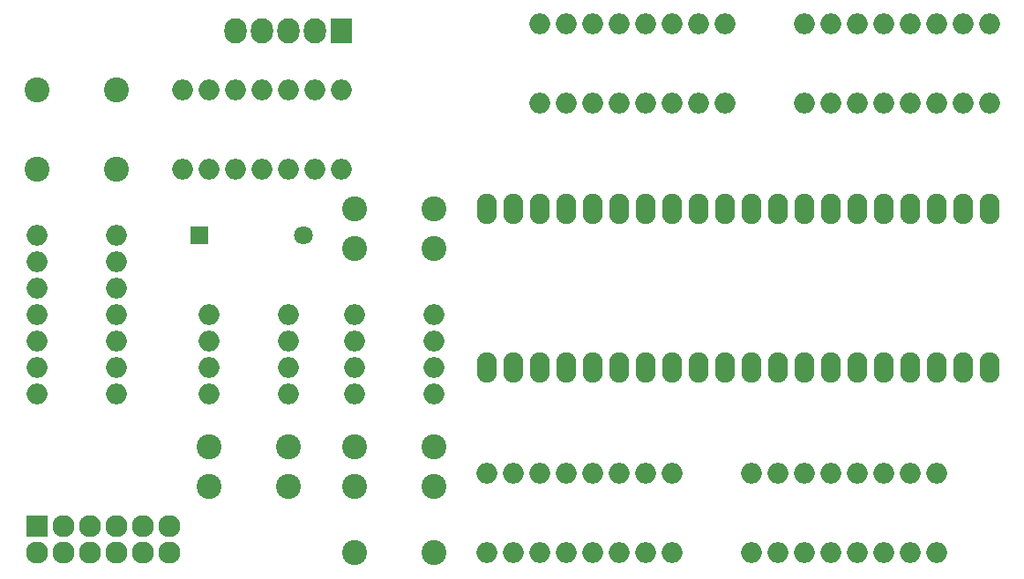
<source format=gbs>
G04 #@! TF.FileFunction,Soldermask,Bot*
%FSLAX46Y46*%
G04 Gerber Fmt 4.6, Leading zero omitted, Abs format (unit mm)*
G04 Created by KiCad (PCBNEW 4.0.4-stable) date Friday, December 09, 2016 'AMt' 01:33:50 AM*
%MOMM*%
%LPD*%
G01*
G04 APERTURE LIST*
%ADD10C,0.100000*%
%ADD11O,2.000000X2.000000*%
%ADD12C,2.398980*%
%ADD13O,1.924000X2.924000*%
%ADD14R,2.127200X2.127200*%
%ADD15O,2.127200X2.127200*%
%ADD16R,1.800000X1.800000*%
%ADD17C,1.800000*%
%ADD18R,2.127200X2.432000*%
%ADD19O,2.127200X2.432000*%
G04 APERTURE END LIST*
D10*
D11*
X52705000Y-64770000D03*
X52705000Y-67310000D03*
X52705000Y-69850000D03*
X52705000Y-72390000D03*
X60325000Y-72390000D03*
X60325000Y-69850000D03*
X60325000Y-67310000D03*
X60325000Y-64770000D03*
X36195000Y-57150000D03*
X36195000Y-59690000D03*
X36195000Y-62230000D03*
X36195000Y-64770000D03*
X36195000Y-67310000D03*
X36195000Y-69850000D03*
X36195000Y-72390000D03*
X43815000Y-72390000D03*
X43815000Y-69850000D03*
X43815000Y-67310000D03*
X43815000Y-64770000D03*
X43815000Y-62230000D03*
X43815000Y-59690000D03*
X43815000Y-57150000D03*
X66675000Y-64770000D03*
X66675000Y-67310000D03*
X66675000Y-69850000D03*
X66675000Y-72390000D03*
X74295000Y-72390000D03*
X74295000Y-69850000D03*
X74295000Y-67310000D03*
X74295000Y-64770000D03*
X122555000Y-80010000D03*
X120015000Y-80010000D03*
X117475000Y-80010000D03*
X114935000Y-80010000D03*
X112395000Y-80010000D03*
X109855000Y-80010000D03*
X107315000Y-80010000D03*
X104775000Y-80010000D03*
X104775000Y-87630000D03*
X107315000Y-87630000D03*
X109855000Y-87630000D03*
X112395000Y-87630000D03*
X114935000Y-87630000D03*
X117475000Y-87630000D03*
X120015000Y-87630000D03*
X122555000Y-87630000D03*
X50165000Y-50800000D03*
X52705000Y-50800000D03*
X55245000Y-50800000D03*
X57785000Y-50800000D03*
X60325000Y-50800000D03*
X62865000Y-50800000D03*
X65405000Y-50800000D03*
X65405000Y-43180000D03*
X62865000Y-43180000D03*
X60325000Y-43180000D03*
X57785000Y-43180000D03*
X55245000Y-43180000D03*
X52705000Y-43180000D03*
X50165000Y-43180000D03*
D12*
X43815000Y-50800000D03*
X36195000Y-50800000D03*
X74295000Y-58420000D03*
X66675000Y-58420000D03*
X74295000Y-54610000D03*
X66675000Y-54610000D03*
D13*
X117475000Y-69850000D03*
X120015000Y-69850000D03*
X122555000Y-69850000D03*
X125095000Y-69850000D03*
X127635000Y-69850000D03*
X127635000Y-54610000D03*
X125095000Y-54610000D03*
X122555000Y-54610000D03*
X120015000Y-54610000D03*
X117475000Y-54610000D03*
D14*
X36195000Y-85090000D03*
D15*
X36195000Y-87630000D03*
X38735000Y-85090000D03*
X38735000Y-87630000D03*
X41275000Y-85090000D03*
X41275000Y-87630000D03*
X43815000Y-85090000D03*
X43815000Y-87630000D03*
X46355000Y-85090000D03*
X46355000Y-87630000D03*
X48895000Y-85090000D03*
X48895000Y-87630000D03*
D12*
X36195000Y-43180000D03*
X43815000Y-43180000D03*
X52705000Y-81280000D03*
X60325000Y-81280000D03*
X66675000Y-77470000D03*
X74295000Y-77470000D03*
X60325000Y-77470000D03*
X52705000Y-77470000D03*
X74295000Y-81280000D03*
X66675000Y-81280000D03*
D13*
X104775000Y-69850000D03*
X107315000Y-69850000D03*
X109855000Y-69850000D03*
X112395000Y-69850000D03*
X114935000Y-69850000D03*
X114935000Y-54610000D03*
X112395000Y-54610000D03*
X109855000Y-54610000D03*
X107315000Y-54610000D03*
X104775000Y-54610000D03*
X92075000Y-69850000D03*
X94615000Y-69850000D03*
X97155000Y-69850000D03*
X99695000Y-69850000D03*
X102235000Y-69850000D03*
X102235000Y-54610000D03*
X99695000Y-54610000D03*
X97155000Y-54610000D03*
X94615000Y-54610000D03*
X92075000Y-54610000D03*
X79375000Y-69850000D03*
X81915000Y-69850000D03*
X84455000Y-69850000D03*
X86995000Y-69850000D03*
X89535000Y-69850000D03*
X89535000Y-54610000D03*
X86995000Y-54610000D03*
X84455000Y-54610000D03*
X81915000Y-54610000D03*
X79375000Y-54610000D03*
D16*
X51816000Y-57150000D03*
D17*
X61816000Y-57150000D03*
D11*
X109855000Y-44450000D03*
X112395000Y-44450000D03*
X114935000Y-44450000D03*
X117475000Y-44450000D03*
X120015000Y-44450000D03*
X122555000Y-44450000D03*
X125095000Y-44450000D03*
X127635000Y-44450000D03*
X127635000Y-36830000D03*
X125095000Y-36830000D03*
X122555000Y-36830000D03*
X120015000Y-36830000D03*
X117475000Y-36830000D03*
X114935000Y-36830000D03*
X112395000Y-36830000D03*
X109855000Y-36830000D03*
X84455000Y-44450000D03*
X86995000Y-44450000D03*
X89535000Y-44450000D03*
X92075000Y-44450000D03*
X94615000Y-44450000D03*
X97155000Y-44450000D03*
X99695000Y-44450000D03*
X102235000Y-44450000D03*
X102235000Y-36830000D03*
X99695000Y-36830000D03*
X97155000Y-36830000D03*
X94615000Y-36830000D03*
X92075000Y-36830000D03*
X89535000Y-36830000D03*
X86995000Y-36830000D03*
X84455000Y-36830000D03*
X97155000Y-80010000D03*
X94615000Y-80010000D03*
X92075000Y-80010000D03*
X89535000Y-80010000D03*
X86995000Y-80010000D03*
X84455000Y-80010000D03*
X81915000Y-80010000D03*
X79375000Y-80010000D03*
X79375000Y-87630000D03*
X81915000Y-87630000D03*
X84455000Y-87630000D03*
X86995000Y-87630000D03*
X89535000Y-87630000D03*
X92075000Y-87630000D03*
X94615000Y-87630000D03*
X97155000Y-87630000D03*
D18*
X65405000Y-37465000D03*
D19*
X62865000Y-37465000D03*
X60325000Y-37465000D03*
X57785000Y-37465000D03*
X55245000Y-37465000D03*
D12*
X74295000Y-87630000D03*
X66675000Y-87630000D03*
M02*

</source>
